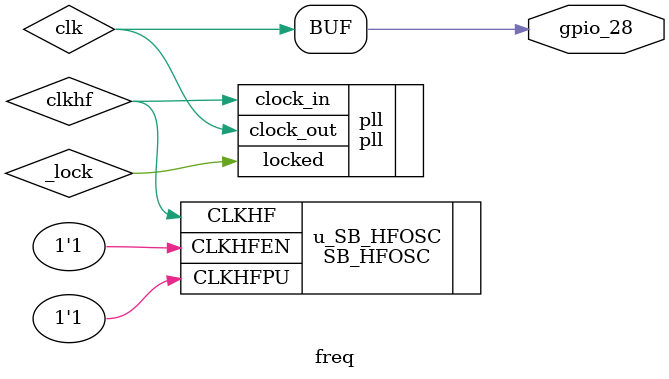
<source format=v>
module freq (
  output wire gpio_28,
);
  wire clkhf, clk, _lock;
  SB_HFOSC u_SB_HFOSC (.CLKHFPU(1'b1), .CLKHFEN(1'b1), .CLKHF(clkhf));
  pll pll(
    .clock_in(clkhf),
    .clock_out(clk),
    .locked(_lock)
  );

  assign gpio_28 = clk;
endmodule

</source>
